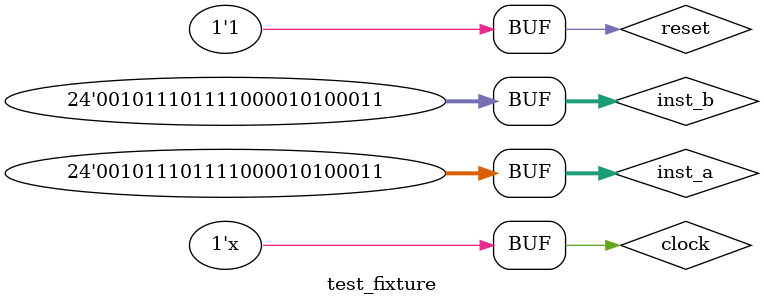
<source format=v>
module test_fixture;
//the test will fail for numbers whose multiplication will create an overflow
//since result is only n bits for nxn multiplication.
parameter sig_width = 17;
parameter exp_width = 6;
parameter ieee_compliance = 1;

reg [sig_width+exp_width : 0] inst_a;
reg [sig_width+exp_width : 0] inst_b;
//reg [2 : 0] inst_rnd;
//reg [sig_width+exp_width : 0] z_inst;
reg clock,reset;
wire [sig_width+exp_width :0] z_inst;
wire [7:0] status;
initial
begin
clock=0;
#10 reset=0;

	#10 inst_a=48'b001011101111000010100011001011101111000010100011;
	    inst_b=48'b101011101111000010100011001011101111000010100011;
	   // inst_rnd = 3'b000;
#10 reset=1;
end
always #5 clock=~clock;
DW_fp_mult_pipe_inst u1( inst_a, inst_b,z_inst,clock,status,reset);
endmodule

</source>
